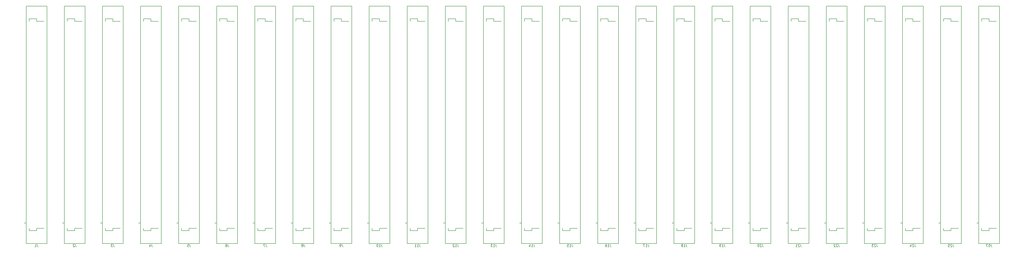
<source format=gbr>
G04 #@! TF.GenerationSoftware,KiCad,Pcbnew,(5.0.0)*
G04 #@! TF.CreationDate,2019-09-22T14:25:55+01:00*
G04 #@! TF.ProjectId,Backplane2,4261636B706C616E65322E6B69636164,rev?*
G04 #@! TF.SameCoordinates,Original*
G04 #@! TF.FileFunction,Legend,Bot*
G04 #@! TF.FilePolarity,Positive*
%FSLAX46Y46*%
G04 Gerber Fmt 4.6, Leading zero omitted, Abs format (unit mm)*
G04 Created by KiCad (PCBNEW (5.0.0)) date 09/22/19 14:25:55*
%MOMM*%
%LPD*%
G01*
G04 APERTURE LIST*
%ADD10C,0.120000*%
%ADD11C,0.150000*%
G04 APERTURE END LIST*
D10*
G04 #@! TO.C,J1*
X16740000Y-134320000D02*
X17340000Y-134620000D01*
X16740000Y-134920000D02*
X16740000Y-134320000D01*
X17340000Y-134620000D02*
X16740000Y-134920000D01*
D11*
X18615000Y-52750000D02*
X18615000Y-53750000D01*
X21565000Y-52750000D02*
X18615000Y-52750000D01*
X21565000Y-53750000D02*
X21565000Y-52750000D01*
X24565000Y-53750000D02*
X21565000Y-53750000D01*
X21565000Y-136750000D02*
X24565000Y-136750000D01*
X21565000Y-137750000D02*
X21565000Y-136750000D01*
X18615000Y-137750000D02*
X21565000Y-137750000D01*
X18615000Y-136750000D02*
X18615000Y-137750000D01*
X25740000Y-142850000D02*
X17440000Y-142850000D01*
X25740000Y-47650000D02*
X25740000Y-142850000D01*
X17440000Y-47650000D02*
X25740000Y-47650000D01*
X17440000Y-142850000D02*
X17440000Y-47650000D01*
D10*
G04 #@! TO.C,J2*
X31980000Y-134320000D02*
X32580000Y-134620000D01*
X31980000Y-134920000D02*
X31980000Y-134320000D01*
X32580000Y-134620000D02*
X31980000Y-134920000D01*
D11*
X33855000Y-52750000D02*
X33855000Y-53750000D01*
X36805000Y-52750000D02*
X33855000Y-52750000D01*
X36805000Y-53750000D02*
X36805000Y-52750000D01*
X39805000Y-53750000D02*
X36805000Y-53750000D01*
X36805000Y-136750000D02*
X39805000Y-136750000D01*
X36805000Y-137750000D02*
X36805000Y-136750000D01*
X33855000Y-137750000D02*
X36805000Y-137750000D01*
X33855000Y-136750000D02*
X33855000Y-137750000D01*
X40980000Y-142850000D02*
X32680000Y-142850000D01*
X40980000Y-47650000D02*
X40980000Y-142850000D01*
X32680000Y-47650000D02*
X40980000Y-47650000D01*
X32680000Y-142850000D02*
X32680000Y-47650000D01*
D10*
G04 #@! TO.C,J3*
X47220000Y-134320000D02*
X47820000Y-134620000D01*
X47220000Y-134920000D02*
X47220000Y-134320000D01*
X47820000Y-134620000D02*
X47220000Y-134920000D01*
D11*
X49095000Y-52750000D02*
X49095000Y-53750000D01*
X52045000Y-52750000D02*
X49095000Y-52750000D01*
X52045000Y-53750000D02*
X52045000Y-52750000D01*
X55045000Y-53750000D02*
X52045000Y-53750000D01*
X52045000Y-136750000D02*
X55045000Y-136750000D01*
X52045000Y-137750000D02*
X52045000Y-136750000D01*
X49095000Y-137750000D02*
X52045000Y-137750000D01*
X49095000Y-136750000D02*
X49095000Y-137750000D01*
X56220000Y-142850000D02*
X47920000Y-142850000D01*
X56220000Y-47650000D02*
X56220000Y-142850000D01*
X47920000Y-47650000D02*
X56220000Y-47650000D01*
X47920000Y-142850000D02*
X47920000Y-47650000D01*
D10*
G04 #@! TO.C,J13*
X199620000Y-134320000D02*
X200220000Y-134620000D01*
X199620000Y-134920000D02*
X199620000Y-134320000D01*
X200220000Y-134620000D02*
X199620000Y-134920000D01*
D11*
X201495000Y-52750000D02*
X201495000Y-53750000D01*
X204445000Y-52750000D02*
X201495000Y-52750000D01*
X204445000Y-53750000D02*
X204445000Y-52750000D01*
X207445000Y-53750000D02*
X204445000Y-53750000D01*
X204445000Y-136750000D02*
X207445000Y-136750000D01*
X204445000Y-137750000D02*
X204445000Y-136750000D01*
X201495000Y-137750000D02*
X204445000Y-137750000D01*
X201495000Y-136750000D02*
X201495000Y-137750000D01*
X208620000Y-142850000D02*
X200320000Y-142850000D01*
X208620000Y-47650000D02*
X208620000Y-142850000D01*
X200320000Y-47650000D02*
X208620000Y-47650000D01*
X200320000Y-142850000D02*
X200320000Y-47650000D01*
D10*
G04 #@! TO.C,J4*
X62460000Y-134320000D02*
X63060000Y-134620000D01*
X62460000Y-134920000D02*
X62460000Y-134320000D01*
X63060000Y-134620000D02*
X62460000Y-134920000D01*
D11*
X64335000Y-52750000D02*
X64335000Y-53750000D01*
X67285000Y-52750000D02*
X64335000Y-52750000D01*
X67285000Y-53750000D02*
X67285000Y-52750000D01*
X70285000Y-53750000D02*
X67285000Y-53750000D01*
X67285000Y-136750000D02*
X70285000Y-136750000D01*
X67285000Y-137750000D02*
X67285000Y-136750000D01*
X64335000Y-137750000D02*
X67285000Y-137750000D01*
X64335000Y-136750000D02*
X64335000Y-137750000D01*
X71460000Y-142850000D02*
X63160000Y-142850000D01*
X71460000Y-47650000D02*
X71460000Y-142850000D01*
X63160000Y-47650000D02*
X71460000Y-47650000D01*
X63160000Y-142850000D02*
X63160000Y-47650000D01*
D10*
G04 #@! TO.C,J5*
X77700000Y-134320000D02*
X78300000Y-134620000D01*
X77700000Y-134920000D02*
X77700000Y-134320000D01*
X78300000Y-134620000D02*
X77700000Y-134920000D01*
D11*
X79575000Y-52750000D02*
X79575000Y-53750000D01*
X82525000Y-52750000D02*
X79575000Y-52750000D01*
X82525000Y-53750000D02*
X82525000Y-52750000D01*
X85525000Y-53750000D02*
X82525000Y-53750000D01*
X82525000Y-136750000D02*
X85525000Y-136750000D01*
X82525000Y-137750000D02*
X82525000Y-136750000D01*
X79575000Y-137750000D02*
X82525000Y-137750000D01*
X79575000Y-136750000D02*
X79575000Y-137750000D01*
X86700000Y-142850000D02*
X78400000Y-142850000D01*
X86700000Y-47650000D02*
X86700000Y-142850000D01*
X78400000Y-47650000D02*
X86700000Y-47650000D01*
X78400000Y-142850000D02*
X78400000Y-47650000D01*
D10*
G04 #@! TO.C,J6*
X92940000Y-134320000D02*
X93540000Y-134620000D01*
X92940000Y-134920000D02*
X92940000Y-134320000D01*
X93540000Y-134620000D02*
X92940000Y-134920000D01*
D11*
X94815000Y-52750000D02*
X94815000Y-53750000D01*
X97765000Y-52750000D02*
X94815000Y-52750000D01*
X97765000Y-53750000D02*
X97765000Y-52750000D01*
X100765000Y-53750000D02*
X97765000Y-53750000D01*
X97765000Y-136750000D02*
X100765000Y-136750000D01*
X97765000Y-137750000D02*
X97765000Y-136750000D01*
X94815000Y-137750000D02*
X97765000Y-137750000D01*
X94815000Y-136750000D02*
X94815000Y-137750000D01*
X101940000Y-142850000D02*
X93640000Y-142850000D01*
X101940000Y-47650000D02*
X101940000Y-142850000D01*
X93640000Y-47650000D02*
X101940000Y-47650000D01*
X93640000Y-142850000D02*
X93640000Y-47650000D01*
D10*
G04 #@! TO.C,J7*
X108180000Y-134320000D02*
X108780000Y-134620000D01*
X108180000Y-134920000D02*
X108180000Y-134320000D01*
X108780000Y-134620000D02*
X108180000Y-134920000D01*
D11*
X110055000Y-52750000D02*
X110055000Y-53750000D01*
X113005000Y-52750000D02*
X110055000Y-52750000D01*
X113005000Y-53750000D02*
X113005000Y-52750000D01*
X116005000Y-53750000D02*
X113005000Y-53750000D01*
X113005000Y-136750000D02*
X116005000Y-136750000D01*
X113005000Y-137750000D02*
X113005000Y-136750000D01*
X110055000Y-137750000D02*
X113005000Y-137750000D01*
X110055000Y-136750000D02*
X110055000Y-137750000D01*
X117180000Y-142850000D02*
X108880000Y-142850000D01*
X117180000Y-47650000D02*
X117180000Y-142850000D01*
X108880000Y-47650000D02*
X117180000Y-47650000D01*
X108880000Y-142850000D02*
X108880000Y-47650000D01*
D10*
G04 #@! TO.C,J8*
X123420000Y-134320000D02*
X124020000Y-134620000D01*
X123420000Y-134920000D02*
X123420000Y-134320000D01*
X124020000Y-134620000D02*
X123420000Y-134920000D01*
D11*
X125295000Y-52750000D02*
X125295000Y-53750000D01*
X128245000Y-52750000D02*
X125295000Y-52750000D01*
X128245000Y-53750000D02*
X128245000Y-52750000D01*
X131245000Y-53750000D02*
X128245000Y-53750000D01*
X128245000Y-136750000D02*
X131245000Y-136750000D01*
X128245000Y-137750000D02*
X128245000Y-136750000D01*
X125295000Y-137750000D02*
X128245000Y-137750000D01*
X125295000Y-136750000D02*
X125295000Y-137750000D01*
X132420000Y-142850000D02*
X124120000Y-142850000D01*
X132420000Y-47650000D02*
X132420000Y-142850000D01*
X124120000Y-47650000D02*
X132420000Y-47650000D01*
X124120000Y-142850000D02*
X124120000Y-47650000D01*
D10*
G04 #@! TO.C,J9*
X138660000Y-134320000D02*
X139260000Y-134620000D01*
X138660000Y-134920000D02*
X138660000Y-134320000D01*
X139260000Y-134620000D02*
X138660000Y-134920000D01*
D11*
X140535000Y-52750000D02*
X140535000Y-53750000D01*
X143485000Y-52750000D02*
X140535000Y-52750000D01*
X143485000Y-53750000D02*
X143485000Y-52750000D01*
X146485000Y-53750000D02*
X143485000Y-53750000D01*
X143485000Y-136750000D02*
X146485000Y-136750000D01*
X143485000Y-137750000D02*
X143485000Y-136750000D01*
X140535000Y-137750000D02*
X143485000Y-137750000D01*
X140535000Y-136750000D02*
X140535000Y-137750000D01*
X147660000Y-142850000D02*
X139360000Y-142850000D01*
X147660000Y-47650000D02*
X147660000Y-142850000D01*
X139360000Y-47650000D02*
X147660000Y-47650000D01*
X139360000Y-142850000D02*
X139360000Y-47650000D01*
D10*
G04 #@! TO.C,J10*
X153900000Y-134320000D02*
X154500000Y-134620000D01*
X153900000Y-134920000D02*
X153900000Y-134320000D01*
X154500000Y-134620000D02*
X153900000Y-134920000D01*
D11*
X155775000Y-52750000D02*
X155775000Y-53750000D01*
X158725000Y-52750000D02*
X155775000Y-52750000D01*
X158725000Y-53750000D02*
X158725000Y-52750000D01*
X161725000Y-53750000D02*
X158725000Y-53750000D01*
X158725000Y-136750000D02*
X161725000Y-136750000D01*
X158725000Y-137750000D02*
X158725000Y-136750000D01*
X155775000Y-137750000D02*
X158725000Y-137750000D01*
X155775000Y-136750000D02*
X155775000Y-137750000D01*
X162900000Y-142850000D02*
X154600000Y-142850000D01*
X162900000Y-47650000D02*
X162900000Y-142850000D01*
X154600000Y-47650000D02*
X162900000Y-47650000D01*
X154600000Y-142850000D02*
X154600000Y-47650000D01*
D10*
G04 #@! TO.C,J11*
X169140000Y-134320000D02*
X169740000Y-134620000D01*
X169140000Y-134920000D02*
X169140000Y-134320000D01*
X169740000Y-134620000D02*
X169140000Y-134920000D01*
D11*
X171015000Y-52750000D02*
X171015000Y-53750000D01*
X173965000Y-52750000D02*
X171015000Y-52750000D01*
X173965000Y-53750000D02*
X173965000Y-52750000D01*
X176965000Y-53750000D02*
X173965000Y-53750000D01*
X173965000Y-136750000D02*
X176965000Y-136750000D01*
X173965000Y-137750000D02*
X173965000Y-136750000D01*
X171015000Y-137750000D02*
X173965000Y-137750000D01*
X171015000Y-136750000D02*
X171015000Y-137750000D01*
X178140000Y-142850000D02*
X169840000Y-142850000D01*
X178140000Y-47650000D02*
X178140000Y-142850000D01*
X169840000Y-47650000D02*
X178140000Y-47650000D01*
X169840000Y-142850000D02*
X169840000Y-47650000D01*
D10*
G04 #@! TO.C,J12*
X184380000Y-134320000D02*
X184980000Y-134620000D01*
X184380000Y-134920000D02*
X184380000Y-134320000D01*
X184980000Y-134620000D02*
X184380000Y-134920000D01*
D11*
X186255000Y-52750000D02*
X186255000Y-53750000D01*
X189205000Y-52750000D02*
X186255000Y-52750000D01*
X189205000Y-53750000D02*
X189205000Y-52750000D01*
X192205000Y-53750000D02*
X189205000Y-53750000D01*
X189205000Y-136750000D02*
X192205000Y-136750000D01*
X189205000Y-137750000D02*
X189205000Y-136750000D01*
X186255000Y-137750000D02*
X189205000Y-137750000D01*
X186255000Y-136750000D02*
X186255000Y-137750000D01*
X193380000Y-142850000D02*
X185080000Y-142850000D01*
X193380000Y-47650000D02*
X193380000Y-142850000D01*
X185080000Y-47650000D02*
X193380000Y-47650000D01*
X185080000Y-142850000D02*
X185080000Y-47650000D01*
D10*
G04 #@! TO.C,J15*
X230100000Y-134320000D02*
X230700000Y-134620000D01*
X230100000Y-134920000D02*
X230100000Y-134320000D01*
X230700000Y-134620000D02*
X230100000Y-134920000D01*
D11*
X231975000Y-52750000D02*
X231975000Y-53750000D01*
X234925000Y-52750000D02*
X231975000Y-52750000D01*
X234925000Y-53750000D02*
X234925000Y-52750000D01*
X237925000Y-53750000D02*
X234925000Y-53750000D01*
X234925000Y-136750000D02*
X237925000Y-136750000D01*
X234925000Y-137750000D02*
X234925000Y-136750000D01*
X231975000Y-137750000D02*
X234925000Y-137750000D01*
X231975000Y-136750000D02*
X231975000Y-137750000D01*
X239100000Y-142850000D02*
X230800000Y-142850000D01*
X239100000Y-47650000D02*
X239100000Y-142850000D01*
X230800000Y-47650000D02*
X239100000Y-47650000D01*
X230800000Y-142850000D02*
X230800000Y-47650000D01*
D10*
G04 #@! TO.C,J16*
X245340000Y-134320000D02*
X245940000Y-134620000D01*
X245340000Y-134920000D02*
X245340000Y-134320000D01*
X245940000Y-134620000D02*
X245340000Y-134920000D01*
D11*
X247215000Y-52750000D02*
X247215000Y-53750000D01*
X250165000Y-52750000D02*
X247215000Y-52750000D01*
X250165000Y-53750000D02*
X250165000Y-52750000D01*
X253165000Y-53750000D02*
X250165000Y-53750000D01*
X250165000Y-136750000D02*
X253165000Y-136750000D01*
X250165000Y-137750000D02*
X250165000Y-136750000D01*
X247215000Y-137750000D02*
X250165000Y-137750000D01*
X247215000Y-136750000D02*
X247215000Y-137750000D01*
X254340000Y-142850000D02*
X246040000Y-142850000D01*
X254340000Y-47650000D02*
X254340000Y-142850000D01*
X246040000Y-47650000D02*
X254340000Y-47650000D01*
X246040000Y-142850000D02*
X246040000Y-47650000D01*
D10*
G04 #@! TO.C,J17*
X260580000Y-134320000D02*
X261180000Y-134620000D01*
X260580000Y-134920000D02*
X260580000Y-134320000D01*
X261180000Y-134620000D02*
X260580000Y-134920000D01*
D11*
X262455000Y-52750000D02*
X262455000Y-53750000D01*
X265405000Y-52750000D02*
X262455000Y-52750000D01*
X265405000Y-53750000D02*
X265405000Y-52750000D01*
X268405000Y-53750000D02*
X265405000Y-53750000D01*
X265405000Y-136750000D02*
X268405000Y-136750000D01*
X265405000Y-137750000D02*
X265405000Y-136750000D01*
X262455000Y-137750000D02*
X265405000Y-137750000D01*
X262455000Y-136750000D02*
X262455000Y-137750000D01*
X269580000Y-142850000D02*
X261280000Y-142850000D01*
X269580000Y-47650000D02*
X269580000Y-142850000D01*
X261280000Y-47650000D02*
X269580000Y-47650000D01*
X261280000Y-142850000D02*
X261280000Y-47650000D01*
D10*
G04 #@! TO.C,J18*
X275820000Y-134320000D02*
X276420000Y-134620000D01*
X275820000Y-134920000D02*
X275820000Y-134320000D01*
X276420000Y-134620000D02*
X275820000Y-134920000D01*
D11*
X277695000Y-52750000D02*
X277695000Y-53750000D01*
X280645000Y-52750000D02*
X277695000Y-52750000D01*
X280645000Y-53750000D02*
X280645000Y-52750000D01*
X283645000Y-53750000D02*
X280645000Y-53750000D01*
X280645000Y-136750000D02*
X283645000Y-136750000D01*
X280645000Y-137750000D02*
X280645000Y-136750000D01*
X277695000Y-137750000D02*
X280645000Y-137750000D01*
X277695000Y-136750000D02*
X277695000Y-137750000D01*
X284820000Y-142850000D02*
X276520000Y-142850000D01*
X284820000Y-47650000D02*
X284820000Y-142850000D01*
X276520000Y-47650000D02*
X284820000Y-47650000D01*
X276520000Y-142850000D02*
X276520000Y-47650000D01*
D10*
G04 #@! TO.C,J19*
X291060000Y-134320000D02*
X291660000Y-134620000D01*
X291060000Y-134920000D02*
X291060000Y-134320000D01*
X291660000Y-134620000D02*
X291060000Y-134920000D01*
D11*
X292935000Y-52750000D02*
X292935000Y-53750000D01*
X295885000Y-52750000D02*
X292935000Y-52750000D01*
X295885000Y-53750000D02*
X295885000Y-52750000D01*
X298885000Y-53750000D02*
X295885000Y-53750000D01*
X295885000Y-136750000D02*
X298885000Y-136750000D01*
X295885000Y-137750000D02*
X295885000Y-136750000D01*
X292935000Y-137750000D02*
X295885000Y-137750000D01*
X292935000Y-136750000D02*
X292935000Y-137750000D01*
X300060000Y-142850000D02*
X291760000Y-142850000D01*
X300060000Y-47650000D02*
X300060000Y-142850000D01*
X291760000Y-47650000D02*
X300060000Y-47650000D01*
X291760000Y-142850000D02*
X291760000Y-47650000D01*
D10*
G04 #@! TO.C,J20*
X306300000Y-134320000D02*
X306900000Y-134620000D01*
X306300000Y-134920000D02*
X306300000Y-134320000D01*
X306900000Y-134620000D02*
X306300000Y-134920000D01*
D11*
X308175000Y-52750000D02*
X308175000Y-53750000D01*
X311125000Y-52750000D02*
X308175000Y-52750000D01*
X311125000Y-53750000D02*
X311125000Y-52750000D01*
X314125000Y-53750000D02*
X311125000Y-53750000D01*
X311125000Y-136750000D02*
X314125000Y-136750000D01*
X311125000Y-137750000D02*
X311125000Y-136750000D01*
X308175000Y-137750000D02*
X311125000Y-137750000D01*
X308175000Y-136750000D02*
X308175000Y-137750000D01*
X315300000Y-142850000D02*
X307000000Y-142850000D01*
X315300000Y-47650000D02*
X315300000Y-142850000D01*
X307000000Y-47650000D02*
X315300000Y-47650000D01*
X307000000Y-142850000D02*
X307000000Y-47650000D01*
D10*
G04 #@! TO.C,J21*
X321540000Y-134320000D02*
X322140000Y-134620000D01*
X321540000Y-134920000D02*
X321540000Y-134320000D01*
X322140000Y-134620000D02*
X321540000Y-134920000D01*
D11*
X323415000Y-52750000D02*
X323415000Y-53750000D01*
X326365000Y-52750000D02*
X323415000Y-52750000D01*
X326365000Y-53750000D02*
X326365000Y-52750000D01*
X329365000Y-53750000D02*
X326365000Y-53750000D01*
X326365000Y-136750000D02*
X329365000Y-136750000D01*
X326365000Y-137750000D02*
X326365000Y-136750000D01*
X323415000Y-137750000D02*
X326365000Y-137750000D01*
X323415000Y-136750000D02*
X323415000Y-137750000D01*
X330540000Y-142850000D02*
X322240000Y-142850000D01*
X330540000Y-47650000D02*
X330540000Y-142850000D01*
X322240000Y-47650000D02*
X330540000Y-47650000D01*
X322240000Y-142850000D02*
X322240000Y-47650000D01*
D10*
G04 #@! TO.C,J22*
X336780000Y-134320000D02*
X337380000Y-134620000D01*
X336780000Y-134920000D02*
X336780000Y-134320000D01*
X337380000Y-134620000D02*
X336780000Y-134920000D01*
D11*
X338655000Y-52750000D02*
X338655000Y-53750000D01*
X341605000Y-52750000D02*
X338655000Y-52750000D01*
X341605000Y-53750000D02*
X341605000Y-52750000D01*
X344605000Y-53750000D02*
X341605000Y-53750000D01*
X341605000Y-136750000D02*
X344605000Y-136750000D01*
X341605000Y-137750000D02*
X341605000Y-136750000D01*
X338655000Y-137750000D02*
X341605000Y-137750000D01*
X338655000Y-136750000D02*
X338655000Y-137750000D01*
X345780000Y-142850000D02*
X337480000Y-142850000D01*
X345780000Y-47650000D02*
X345780000Y-142850000D01*
X337480000Y-47650000D02*
X345780000Y-47650000D01*
X337480000Y-142850000D02*
X337480000Y-47650000D01*
D10*
G04 #@! TO.C,J23*
X352020000Y-134320000D02*
X352620000Y-134620000D01*
X352020000Y-134920000D02*
X352020000Y-134320000D01*
X352620000Y-134620000D02*
X352020000Y-134920000D01*
D11*
X353895000Y-52750000D02*
X353895000Y-53750000D01*
X356845000Y-52750000D02*
X353895000Y-52750000D01*
X356845000Y-53750000D02*
X356845000Y-52750000D01*
X359845000Y-53750000D02*
X356845000Y-53750000D01*
X356845000Y-136750000D02*
X359845000Y-136750000D01*
X356845000Y-137750000D02*
X356845000Y-136750000D01*
X353895000Y-137750000D02*
X356845000Y-137750000D01*
X353895000Y-136750000D02*
X353895000Y-137750000D01*
X361020000Y-142850000D02*
X352720000Y-142850000D01*
X361020000Y-47650000D02*
X361020000Y-142850000D01*
X352720000Y-47650000D02*
X361020000Y-47650000D01*
X352720000Y-142850000D02*
X352720000Y-47650000D01*
D10*
G04 #@! TO.C,J24*
X367260000Y-134320000D02*
X367860000Y-134620000D01*
X367260000Y-134920000D02*
X367260000Y-134320000D01*
X367860000Y-134620000D02*
X367260000Y-134920000D01*
D11*
X369135000Y-52750000D02*
X369135000Y-53750000D01*
X372085000Y-52750000D02*
X369135000Y-52750000D01*
X372085000Y-53750000D02*
X372085000Y-52750000D01*
X375085000Y-53750000D02*
X372085000Y-53750000D01*
X372085000Y-136750000D02*
X375085000Y-136750000D01*
X372085000Y-137750000D02*
X372085000Y-136750000D01*
X369135000Y-137750000D02*
X372085000Y-137750000D01*
X369135000Y-136750000D02*
X369135000Y-137750000D01*
X376260000Y-142850000D02*
X367960000Y-142850000D01*
X376260000Y-47650000D02*
X376260000Y-142850000D01*
X367960000Y-47650000D02*
X376260000Y-47650000D01*
X367960000Y-142850000D02*
X367960000Y-47650000D01*
D10*
G04 #@! TO.C,J14*
X214860000Y-134320000D02*
X215460000Y-134620000D01*
X214860000Y-134920000D02*
X214860000Y-134320000D01*
X215460000Y-134620000D02*
X214860000Y-134920000D01*
D11*
X216735000Y-52750000D02*
X216735000Y-53750000D01*
X219685000Y-52750000D02*
X216735000Y-52750000D01*
X219685000Y-53750000D02*
X219685000Y-52750000D01*
X222685000Y-53750000D02*
X219685000Y-53750000D01*
X219685000Y-136750000D02*
X222685000Y-136750000D01*
X219685000Y-137750000D02*
X219685000Y-136750000D01*
X216735000Y-137750000D02*
X219685000Y-137750000D01*
X216735000Y-136750000D02*
X216735000Y-137750000D01*
X223860000Y-142850000D02*
X215560000Y-142850000D01*
X223860000Y-47650000D02*
X223860000Y-142850000D01*
X215560000Y-47650000D02*
X223860000Y-47650000D01*
X215560000Y-142850000D02*
X215560000Y-47650000D01*
G04 #@! TO.C,J25*
X383200000Y-142850000D02*
X383200000Y-47650000D01*
X383200000Y-47650000D02*
X391500000Y-47650000D01*
X391500000Y-47650000D02*
X391500000Y-142850000D01*
X391500000Y-142850000D02*
X383200000Y-142850000D01*
X384375000Y-136750000D02*
X384375000Y-137750000D01*
X384375000Y-137750000D02*
X387325000Y-137750000D01*
X387325000Y-137750000D02*
X387325000Y-136750000D01*
X387325000Y-136750000D02*
X390325000Y-136750000D01*
X390325000Y-53750000D02*
X387325000Y-53750000D01*
X387325000Y-53750000D02*
X387325000Y-52750000D01*
X387325000Y-52750000D02*
X384375000Y-52750000D01*
X384375000Y-52750000D02*
X384375000Y-53750000D01*
D10*
X383100000Y-134620000D02*
X382500000Y-134920000D01*
X382500000Y-134920000D02*
X382500000Y-134320000D01*
X382500000Y-134320000D02*
X383100000Y-134620000D01*
D11*
G04 #@! TO.C,J57*
X398440000Y-142850000D02*
X398440000Y-47650000D01*
X398440000Y-47650000D02*
X406740000Y-47650000D01*
X406740000Y-47650000D02*
X406740000Y-142850000D01*
X406740000Y-142850000D02*
X398440000Y-142850000D01*
X399615000Y-136750000D02*
X399615000Y-137750000D01*
X399615000Y-137750000D02*
X402565000Y-137750000D01*
X402565000Y-137750000D02*
X402565000Y-136750000D01*
X402565000Y-136750000D02*
X405565000Y-136750000D01*
X405565000Y-53750000D02*
X402565000Y-53750000D01*
X402565000Y-53750000D02*
X402565000Y-52750000D01*
X402565000Y-52750000D02*
X399615000Y-52750000D01*
X399615000Y-52750000D02*
X399615000Y-53750000D01*
D10*
X398340000Y-134620000D02*
X397740000Y-134920000D01*
X397740000Y-134920000D02*
X397740000Y-134320000D01*
X397740000Y-134320000D02*
X398340000Y-134620000D01*
G04 #@! TO.C,J1*
D11*
X21923333Y-143202380D02*
X21923333Y-143916666D01*
X21970952Y-144059523D01*
X22066190Y-144154761D01*
X22209047Y-144202380D01*
X22304285Y-144202380D01*
X20923333Y-144202380D02*
X21494761Y-144202380D01*
X21209047Y-144202380D02*
X21209047Y-143202380D01*
X21304285Y-143345238D01*
X21399523Y-143440476D01*
X21494761Y-143488095D01*
G04 #@! TO.C,J2*
X37163333Y-143202380D02*
X37163333Y-143916666D01*
X37210952Y-144059523D01*
X37306190Y-144154761D01*
X37449047Y-144202380D01*
X37544285Y-144202380D01*
X36734761Y-143297619D02*
X36687142Y-143250000D01*
X36591904Y-143202380D01*
X36353809Y-143202380D01*
X36258571Y-143250000D01*
X36210952Y-143297619D01*
X36163333Y-143392857D01*
X36163333Y-143488095D01*
X36210952Y-143630952D01*
X36782380Y-144202380D01*
X36163333Y-144202380D01*
G04 #@! TO.C,J3*
X52403333Y-143202380D02*
X52403333Y-143916666D01*
X52450952Y-144059523D01*
X52546190Y-144154761D01*
X52689047Y-144202380D01*
X52784285Y-144202380D01*
X52022380Y-143202380D02*
X51403333Y-143202380D01*
X51736666Y-143583333D01*
X51593809Y-143583333D01*
X51498571Y-143630952D01*
X51450952Y-143678571D01*
X51403333Y-143773809D01*
X51403333Y-144011904D01*
X51450952Y-144107142D01*
X51498571Y-144154761D01*
X51593809Y-144202380D01*
X51879523Y-144202380D01*
X51974761Y-144154761D01*
X52022380Y-144107142D01*
G04 #@! TO.C,J13*
X205279523Y-143202380D02*
X205279523Y-143916666D01*
X205327142Y-144059523D01*
X205422380Y-144154761D01*
X205565238Y-144202380D01*
X205660476Y-144202380D01*
X204279523Y-144202380D02*
X204850952Y-144202380D01*
X204565238Y-144202380D02*
X204565238Y-143202380D01*
X204660476Y-143345238D01*
X204755714Y-143440476D01*
X204850952Y-143488095D01*
X203946190Y-143202380D02*
X203327142Y-143202380D01*
X203660476Y-143583333D01*
X203517619Y-143583333D01*
X203422380Y-143630952D01*
X203374761Y-143678571D01*
X203327142Y-143773809D01*
X203327142Y-144011904D01*
X203374761Y-144107142D01*
X203422380Y-144154761D01*
X203517619Y-144202380D01*
X203803333Y-144202380D01*
X203898571Y-144154761D01*
X203946190Y-144107142D01*
G04 #@! TO.C,J4*
X67643333Y-143202380D02*
X67643333Y-143916666D01*
X67690952Y-144059523D01*
X67786190Y-144154761D01*
X67929047Y-144202380D01*
X68024285Y-144202380D01*
X66738571Y-143535714D02*
X66738571Y-144202380D01*
X66976666Y-143154761D02*
X67214761Y-143869047D01*
X66595714Y-143869047D01*
G04 #@! TO.C,J5*
X82883333Y-143202380D02*
X82883333Y-143916666D01*
X82930952Y-144059523D01*
X83026190Y-144154761D01*
X83169047Y-144202380D01*
X83264285Y-144202380D01*
X81930952Y-143202380D02*
X82407142Y-143202380D01*
X82454761Y-143678571D01*
X82407142Y-143630952D01*
X82311904Y-143583333D01*
X82073809Y-143583333D01*
X81978571Y-143630952D01*
X81930952Y-143678571D01*
X81883333Y-143773809D01*
X81883333Y-144011904D01*
X81930952Y-144107142D01*
X81978571Y-144154761D01*
X82073809Y-144202380D01*
X82311904Y-144202380D01*
X82407142Y-144154761D01*
X82454761Y-144107142D01*
G04 #@! TO.C,J6*
X98123333Y-143202380D02*
X98123333Y-143916666D01*
X98170952Y-144059523D01*
X98266190Y-144154761D01*
X98409047Y-144202380D01*
X98504285Y-144202380D01*
X97218571Y-143202380D02*
X97409047Y-143202380D01*
X97504285Y-143250000D01*
X97551904Y-143297619D01*
X97647142Y-143440476D01*
X97694761Y-143630952D01*
X97694761Y-144011904D01*
X97647142Y-144107142D01*
X97599523Y-144154761D01*
X97504285Y-144202380D01*
X97313809Y-144202380D01*
X97218571Y-144154761D01*
X97170952Y-144107142D01*
X97123333Y-144011904D01*
X97123333Y-143773809D01*
X97170952Y-143678571D01*
X97218571Y-143630952D01*
X97313809Y-143583333D01*
X97504285Y-143583333D01*
X97599523Y-143630952D01*
X97647142Y-143678571D01*
X97694761Y-143773809D01*
G04 #@! TO.C,J7*
X113363333Y-143202380D02*
X113363333Y-143916666D01*
X113410952Y-144059523D01*
X113506190Y-144154761D01*
X113649047Y-144202380D01*
X113744285Y-144202380D01*
X112982380Y-143202380D02*
X112315714Y-143202380D01*
X112744285Y-144202380D01*
G04 #@! TO.C,J8*
X128603333Y-143202380D02*
X128603333Y-143916666D01*
X128650952Y-144059523D01*
X128746190Y-144154761D01*
X128889047Y-144202380D01*
X128984285Y-144202380D01*
X127984285Y-143630952D02*
X128079523Y-143583333D01*
X128127142Y-143535714D01*
X128174761Y-143440476D01*
X128174761Y-143392857D01*
X128127142Y-143297619D01*
X128079523Y-143250000D01*
X127984285Y-143202380D01*
X127793809Y-143202380D01*
X127698571Y-143250000D01*
X127650952Y-143297619D01*
X127603333Y-143392857D01*
X127603333Y-143440476D01*
X127650952Y-143535714D01*
X127698571Y-143583333D01*
X127793809Y-143630952D01*
X127984285Y-143630952D01*
X128079523Y-143678571D01*
X128127142Y-143726190D01*
X128174761Y-143821428D01*
X128174761Y-144011904D01*
X128127142Y-144107142D01*
X128079523Y-144154761D01*
X127984285Y-144202380D01*
X127793809Y-144202380D01*
X127698571Y-144154761D01*
X127650952Y-144107142D01*
X127603333Y-144011904D01*
X127603333Y-143821428D01*
X127650952Y-143726190D01*
X127698571Y-143678571D01*
X127793809Y-143630952D01*
G04 #@! TO.C,J9*
X143843333Y-143202380D02*
X143843333Y-143916666D01*
X143890952Y-144059523D01*
X143986190Y-144154761D01*
X144129047Y-144202380D01*
X144224285Y-144202380D01*
X143319523Y-144202380D02*
X143129047Y-144202380D01*
X143033809Y-144154761D01*
X142986190Y-144107142D01*
X142890952Y-143964285D01*
X142843333Y-143773809D01*
X142843333Y-143392857D01*
X142890952Y-143297619D01*
X142938571Y-143250000D01*
X143033809Y-143202380D01*
X143224285Y-143202380D01*
X143319523Y-143250000D01*
X143367142Y-143297619D01*
X143414761Y-143392857D01*
X143414761Y-143630952D01*
X143367142Y-143726190D01*
X143319523Y-143773809D01*
X143224285Y-143821428D01*
X143033809Y-143821428D01*
X142938571Y-143773809D01*
X142890952Y-143726190D01*
X142843333Y-143630952D01*
G04 #@! TO.C,J10*
X159559523Y-143202380D02*
X159559523Y-143916666D01*
X159607142Y-144059523D01*
X159702380Y-144154761D01*
X159845238Y-144202380D01*
X159940476Y-144202380D01*
X158559523Y-144202380D02*
X159130952Y-144202380D01*
X158845238Y-144202380D02*
X158845238Y-143202380D01*
X158940476Y-143345238D01*
X159035714Y-143440476D01*
X159130952Y-143488095D01*
X157940476Y-143202380D02*
X157845238Y-143202380D01*
X157750000Y-143250000D01*
X157702380Y-143297619D01*
X157654761Y-143392857D01*
X157607142Y-143583333D01*
X157607142Y-143821428D01*
X157654761Y-144011904D01*
X157702380Y-144107142D01*
X157750000Y-144154761D01*
X157845238Y-144202380D01*
X157940476Y-144202380D01*
X158035714Y-144154761D01*
X158083333Y-144107142D01*
X158130952Y-144011904D01*
X158178571Y-143821428D01*
X158178571Y-143583333D01*
X158130952Y-143392857D01*
X158083333Y-143297619D01*
X158035714Y-143250000D01*
X157940476Y-143202380D01*
G04 #@! TO.C,J11*
X174799523Y-143202380D02*
X174799523Y-143916666D01*
X174847142Y-144059523D01*
X174942380Y-144154761D01*
X175085238Y-144202380D01*
X175180476Y-144202380D01*
X173799523Y-144202380D02*
X174370952Y-144202380D01*
X174085238Y-144202380D02*
X174085238Y-143202380D01*
X174180476Y-143345238D01*
X174275714Y-143440476D01*
X174370952Y-143488095D01*
X172847142Y-144202380D02*
X173418571Y-144202380D01*
X173132857Y-144202380D02*
X173132857Y-143202380D01*
X173228095Y-143345238D01*
X173323333Y-143440476D01*
X173418571Y-143488095D01*
G04 #@! TO.C,J12*
X190039523Y-143202380D02*
X190039523Y-143916666D01*
X190087142Y-144059523D01*
X190182380Y-144154761D01*
X190325238Y-144202380D01*
X190420476Y-144202380D01*
X189039523Y-144202380D02*
X189610952Y-144202380D01*
X189325238Y-144202380D02*
X189325238Y-143202380D01*
X189420476Y-143345238D01*
X189515714Y-143440476D01*
X189610952Y-143488095D01*
X188658571Y-143297619D02*
X188610952Y-143250000D01*
X188515714Y-143202380D01*
X188277619Y-143202380D01*
X188182380Y-143250000D01*
X188134761Y-143297619D01*
X188087142Y-143392857D01*
X188087142Y-143488095D01*
X188134761Y-143630952D01*
X188706190Y-144202380D01*
X188087142Y-144202380D01*
G04 #@! TO.C,J15*
X235759523Y-143202380D02*
X235759523Y-143916666D01*
X235807142Y-144059523D01*
X235902380Y-144154761D01*
X236045238Y-144202380D01*
X236140476Y-144202380D01*
X234759523Y-144202380D02*
X235330952Y-144202380D01*
X235045238Y-144202380D02*
X235045238Y-143202380D01*
X235140476Y-143345238D01*
X235235714Y-143440476D01*
X235330952Y-143488095D01*
X233854761Y-143202380D02*
X234330952Y-143202380D01*
X234378571Y-143678571D01*
X234330952Y-143630952D01*
X234235714Y-143583333D01*
X233997619Y-143583333D01*
X233902380Y-143630952D01*
X233854761Y-143678571D01*
X233807142Y-143773809D01*
X233807142Y-144011904D01*
X233854761Y-144107142D01*
X233902380Y-144154761D01*
X233997619Y-144202380D01*
X234235714Y-144202380D01*
X234330952Y-144154761D01*
X234378571Y-144107142D01*
G04 #@! TO.C,J16*
X250999523Y-143202380D02*
X250999523Y-143916666D01*
X251047142Y-144059523D01*
X251142380Y-144154761D01*
X251285238Y-144202380D01*
X251380476Y-144202380D01*
X249999523Y-144202380D02*
X250570952Y-144202380D01*
X250285238Y-144202380D02*
X250285238Y-143202380D01*
X250380476Y-143345238D01*
X250475714Y-143440476D01*
X250570952Y-143488095D01*
X249142380Y-143202380D02*
X249332857Y-143202380D01*
X249428095Y-143250000D01*
X249475714Y-143297619D01*
X249570952Y-143440476D01*
X249618571Y-143630952D01*
X249618571Y-144011904D01*
X249570952Y-144107142D01*
X249523333Y-144154761D01*
X249428095Y-144202380D01*
X249237619Y-144202380D01*
X249142380Y-144154761D01*
X249094761Y-144107142D01*
X249047142Y-144011904D01*
X249047142Y-143773809D01*
X249094761Y-143678571D01*
X249142380Y-143630952D01*
X249237619Y-143583333D01*
X249428095Y-143583333D01*
X249523333Y-143630952D01*
X249570952Y-143678571D01*
X249618571Y-143773809D01*
G04 #@! TO.C,J17*
X266239523Y-143202380D02*
X266239523Y-143916666D01*
X266287142Y-144059523D01*
X266382380Y-144154761D01*
X266525238Y-144202380D01*
X266620476Y-144202380D01*
X265239523Y-144202380D02*
X265810952Y-144202380D01*
X265525238Y-144202380D02*
X265525238Y-143202380D01*
X265620476Y-143345238D01*
X265715714Y-143440476D01*
X265810952Y-143488095D01*
X264906190Y-143202380D02*
X264239523Y-143202380D01*
X264668095Y-144202380D01*
G04 #@! TO.C,J18*
X281479523Y-143202380D02*
X281479523Y-143916666D01*
X281527142Y-144059523D01*
X281622380Y-144154761D01*
X281765238Y-144202380D01*
X281860476Y-144202380D01*
X280479523Y-144202380D02*
X281050952Y-144202380D01*
X280765238Y-144202380D02*
X280765238Y-143202380D01*
X280860476Y-143345238D01*
X280955714Y-143440476D01*
X281050952Y-143488095D01*
X279908095Y-143630952D02*
X280003333Y-143583333D01*
X280050952Y-143535714D01*
X280098571Y-143440476D01*
X280098571Y-143392857D01*
X280050952Y-143297619D01*
X280003333Y-143250000D01*
X279908095Y-143202380D01*
X279717619Y-143202380D01*
X279622380Y-143250000D01*
X279574761Y-143297619D01*
X279527142Y-143392857D01*
X279527142Y-143440476D01*
X279574761Y-143535714D01*
X279622380Y-143583333D01*
X279717619Y-143630952D01*
X279908095Y-143630952D01*
X280003333Y-143678571D01*
X280050952Y-143726190D01*
X280098571Y-143821428D01*
X280098571Y-144011904D01*
X280050952Y-144107142D01*
X280003333Y-144154761D01*
X279908095Y-144202380D01*
X279717619Y-144202380D01*
X279622380Y-144154761D01*
X279574761Y-144107142D01*
X279527142Y-144011904D01*
X279527142Y-143821428D01*
X279574761Y-143726190D01*
X279622380Y-143678571D01*
X279717619Y-143630952D01*
G04 #@! TO.C,J19*
X296719523Y-143202380D02*
X296719523Y-143916666D01*
X296767142Y-144059523D01*
X296862380Y-144154761D01*
X297005238Y-144202380D01*
X297100476Y-144202380D01*
X295719523Y-144202380D02*
X296290952Y-144202380D01*
X296005238Y-144202380D02*
X296005238Y-143202380D01*
X296100476Y-143345238D01*
X296195714Y-143440476D01*
X296290952Y-143488095D01*
X295243333Y-144202380D02*
X295052857Y-144202380D01*
X294957619Y-144154761D01*
X294910000Y-144107142D01*
X294814761Y-143964285D01*
X294767142Y-143773809D01*
X294767142Y-143392857D01*
X294814761Y-143297619D01*
X294862380Y-143250000D01*
X294957619Y-143202380D01*
X295148095Y-143202380D01*
X295243333Y-143250000D01*
X295290952Y-143297619D01*
X295338571Y-143392857D01*
X295338571Y-143630952D01*
X295290952Y-143726190D01*
X295243333Y-143773809D01*
X295148095Y-143821428D01*
X294957619Y-143821428D01*
X294862380Y-143773809D01*
X294814761Y-143726190D01*
X294767142Y-143630952D01*
G04 #@! TO.C,J20*
X311959523Y-143202380D02*
X311959523Y-143916666D01*
X312007142Y-144059523D01*
X312102380Y-144154761D01*
X312245238Y-144202380D01*
X312340476Y-144202380D01*
X311530952Y-143297619D02*
X311483333Y-143250000D01*
X311388095Y-143202380D01*
X311150000Y-143202380D01*
X311054761Y-143250000D01*
X311007142Y-143297619D01*
X310959523Y-143392857D01*
X310959523Y-143488095D01*
X311007142Y-143630952D01*
X311578571Y-144202380D01*
X310959523Y-144202380D01*
X310340476Y-143202380D02*
X310245238Y-143202380D01*
X310150000Y-143250000D01*
X310102380Y-143297619D01*
X310054761Y-143392857D01*
X310007142Y-143583333D01*
X310007142Y-143821428D01*
X310054761Y-144011904D01*
X310102380Y-144107142D01*
X310150000Y-144154761D01*
X310245238Y-144202380D01*
X310340476Y-144202380D01*
X310435714Y-144154761D01*
X310483333Y-144107142D01*
X310530952Y-144011904D01*
X310578571Y-143821428D01*
X310578571Y-143583333D01*
X310530952Y-143392857D01*
X310483333Y-143297619D01*
X310435714Y-143250000D01*
X310340476Y-143202380D01*
G04 #@! TO.C,J21*
X327199523Y-143202380D02*
X327199523Y-143916666D01*
X327247142Y-144059523D01*
X327342380Y-144154761D01*
X327485238Y-144202380D01*
X327580476Y-144202380D01*
X326770952Y-143297619D02*
X326723333Y-143250000D01*
X326628095Y-143202380D01*
X326390000Y-143202380D01*
X326294761Y-143250000D01*
X326247142Y-143297619D01*
X326199523Y-143392857D01*
X326199523Y-143488095D01*
X326247142Y-143630952D01*
X326818571Y-144202380D01*
X326199523Y-144202380D01*
X325247142Y-144202380D02*
X325818571Y-144202380D01*
X325532857Y-144202380D02*
X325532857Y-143202380D01*
X325628095Y-143345238D01*
X325723333Y-143440476D01*
X325818571Y-143488095D01*
G04 #@! TO.C,J22*
X342439523Y-143202380D02*
X342439523Y-143916666D01*
X342487142Y-144059523D01*
X342582380Y-144154761D01*
X342725238Y-144202380D01*
X342820476Y-144202380D01*
X342010952Y-143297619D02*
X341963333Y-143250000D01*
X341868095Y-143202380D01*
X341630000Y-143202380D01*
X341534761Y-143250000D01*
X341487142Y-143297619D01*
X341439523Y-143392857D01*
X341439523Y-143488095D01*
X341487142Y-143630952D01*
X342058571Y-144202380D01*
X341439523Y-144202380D01*
X341058571Y-143297619D02*
X341010952Y-143250000D01*
X340915714Y-143202380D01*
X340677619Y-143202380D01*
X340582380Y-143250000D01*
X340534761Y-143297619D01*
X340487142Y-143392857D01*
X340487142Y-143488095D01*
X340534761Y-143630952D01*
X341106190Y-144202380D01*
X340487142Y-144202380D01*
G04 #@! TO.C,J23*
X357679523Y-143202380D02*
X357679523Y-143916666D01*
X357727142Y-144059523D01*
X357822380Y-144154761D01*
X357965238Y-144202380D01*
X358060476Y-144202380D01*
X357250952Y-143297619D02*
X357203333Y-143250000D01*
X357108095Y-143202380D01*
X356870000Y-143202380D01*
X356774761Y-143250000D01*
X356727142Y-143297619D01*
X356679523Y-143392857D01*
X356679523Y-143488095D01*
X356727142Y-143630952D01*
X357298571Y-144202380D01*
X356679523Y-144202380D01*
X356346190Y-143202380D02*
X355727142Y-143202380D01*
X356060476Y-143583333D01*
X355917619Y-143583333D01*
X355822380Y-143630952D01*
X355774761Y-143678571D01*
X355727142Y-143773809D01*
X355727142Y-144011904D01*
X355774761Y-144107142D01*
X355822380Y-144154761D01*
X355917619Y-144202380D01*
X356203333Y-144202380D01*
X356298571Y-144154761D01*
X356346190Y-144107142D01*
G04 #@! TO.C,J24*
X372919523Y-143202380D02*
X372919523Y-143916666D01*
X372967142Y-144059523D01*
X373062380Y-144154761D01*
X373205238Y-144202380D01*
X373300476Y-144202380D01*
X372490952Y-143297619D02*
X372443333Y-143250000D01*
X372348095Y-143202380D01*
X372110000Y-143202380D01*
X372014761Y-143250000D01*
X371967142Y-143297619D01*
X371919523Y-143392857D01*
X371919523Y-143488095D01*
X371967142Y-143630952D01*
X372538571Y-144202380D01*
X371919523Y-144202380D01*
X371062380Y-143535714D02*
X371062380Y-144202380D01*
X371300476Y-143154761D02*
X371538571Y-143869047D01*
X370919523Y-143869047D01*
G04 #@! TO.C,J14*
X220519523Y-143202380D02*
X220519523Y-143916666D01*
X220567142Y-144059523D01*
X220662380Y-144154761D01*
X220805238Y-144202380D01*
X220900476Y-144202380D01*
X219519523Y-144202380D02*
X220090952Y-144202380D01*
X219805238Y-144202380D02*
X219805238Y-143202380D01*
X219900476Y-143345238D01*
X219995714Y-143440476D01*
X220090952Y-143488095D01*
X218662380Y-143535714D02*
X218662380Y-144202380D01*
X218900476Y-143154761D02*
X219138571Y-143869047D01*
X218519523Y-143869047D01*
G04 #@! TO.C,J25*
X388159523Y-143202380D02*
X388159523Y-143916666D01*
X388207142Y-144059523D01*
X388302380Y-144154761D01*
X388445238Y-144202380D01*
X388540476Y-144202380D01*
X387730952Y-143297619D02*
X387683333Y-143250000D01*
X387588095Y-143202380D01*
X387350000Y-143202380D01*
X387254761Y-143250000D01*
X387207142Y-143297619D01*
X387159523Y-143392857D01*
X387159523Y-143488095D01*
X387207142Y-143630952D01*
X387778571Y-144202380D01*
X387159523Y-144202380D01*
X386254761Y-143202380D02*
X386730952Y-143202380D01*
X386778571Y-143678571D01*
X386730952Y-143630952D01*
X386635714Y-143583333D01*
X386397619Y-143583333D01*
X386302380Y-143630952D01*
X386254761Y-143678571D01*
X386207142Y-143773809D01*
X386207142Y-144011904D01*
X386254761Y-144107142D01*
X386302380Y-144154761D01*
X386397619Y-144202380D01*
X386635714Y-144202380D01*
X386730952Y-144154761D01*
X386778571Y-144107142D01*
G04 #@! TO.C,J57*
X403399523Y-143202380D02*
X403399523Y-143916666D01*
X403447142Y-144059523D01*
X403542380Y-144154761D01*
X403685238Y-144202380D01*
X403780476Y-144202380D01*
X402447142Y-143202380D02*
X402923333Y-143202380D01*
X402970952Y-143678571D01*
X402923333Y-143630952D01*
X402828095Y-143583333D01*
X402590000Y-143583333D01*
X402494761Y-143630952D01*
X402447142Y-143678571D01*
X402399523Y-143773809D01*
X402399523Y-144011904D01*
X402447142Y-144107142D01*
X402494761Y-144154761D01*
X402590000Y-144202380D01*
X402828095Y-144202380D01*
X402923333Y-144154761D01*
X402970952Y-144107142D01*
X402066190Y-143202380D02*
X401399523Y-143202380D01*
X401828095Y-144202380D01*
G04 #@! TD*
M02*

</source>
